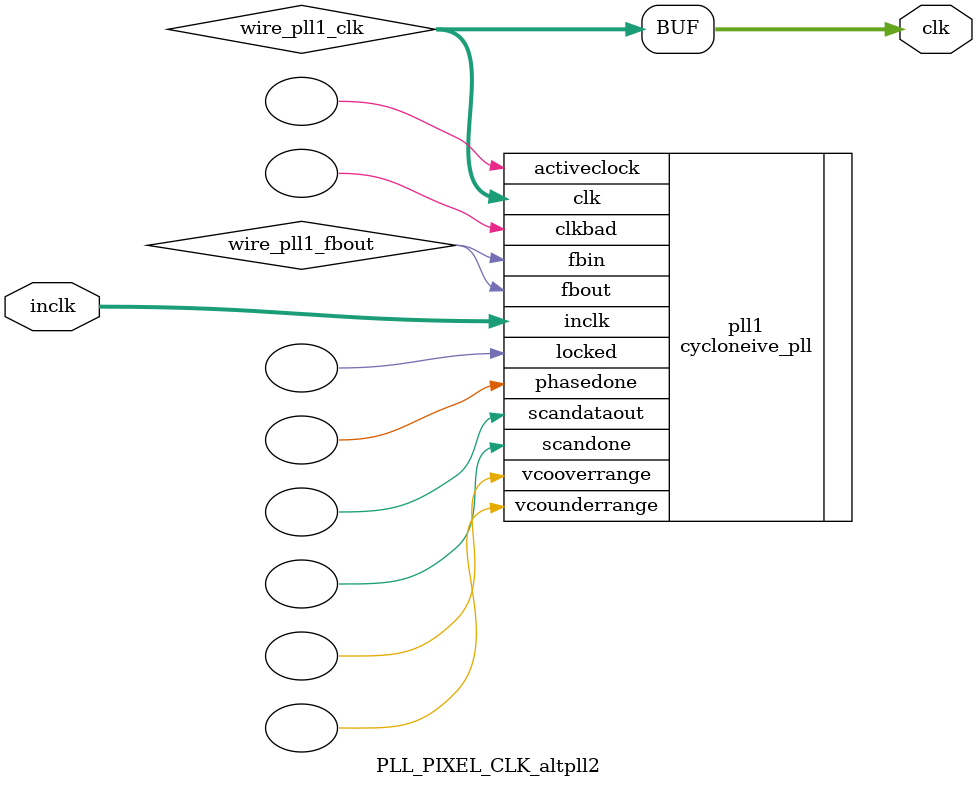
<source format=v>






//synthesis_resources = cycloneive_pll 1 
//synopsys translate_off
`timescale 1 ps / 1 ps
//synopsys translate_on
module  PLL_PIXEL_CLK_altpll2
	( 
	clk,
	inclk) /* synthesis synthesis_clearbox=1 */;
	output   [4:0]  clk;
	input   [1:0]  inclk;
`ifndef ALTERA_RESERVED_QIS
// synopsys translate_off
`endif
	tri0   [1:0]  inclk;
`ifndef ALTERA_RESERVED_QIS
// synopsys translate_on
`endif

	wire  [4:0]   wire_pll1_clk;
	wire  wire_pll1_fbout;

	cycloneive_pll   pll1
	( 
	.activeclock(),
	.clk(wire_pll1_clk),
	.clkbad(),
	.fbin(wire_pll1_fbout),
	.fbout(wire_pll1_fbout),
	.inclk(inclk),
	.locked(),
	.phasedone(),
	.scandataout(),
	.scandone(),
	.vcooverrange(),
	.vcounderrange()
	`ifndef FORMAL_VERIFICATION
	// synopsys translate_off
	`endif
	,
	.areset(1'b0),
	.clkswitch(1'b0),
	.configupdate(1'b0),
	.pfdena(1'b1),
	.phasecounterselect({3{1'b0}}),
	.phasestep(1'b0),
	.phaseupdown(1'b0),
	.scanclk(1'b0),
	.scanclkena(1'b1),
	.scandata(1'b0)
	`ifndef FORMAL_VERIFICATION
	// synopsys translate_on
	`endif
	);
	defparam
		pll1.bandwidth_type = "auto",
		pll1.clk0_divide_by = 25,
		pll1.clk0_duty_cycle = 50,
		pll1.clk0_multiply_by = 108,
		pll1.clk0_phase_shift = "0",
		pll1.compensate_clock = "clk0",
		pll1.inclk0_input_frequency = 40000,
		pll1.operation_mode = "normal",
		pll1.pll_type = "auto",
		pll1.lpm_type = "cycloneive_pll";
	assign
		clk = {wire_pll1_clk[4:0]};
endmodule //PLL_PIXEL_CLK_altpll2
//VALID FILE

</source>
